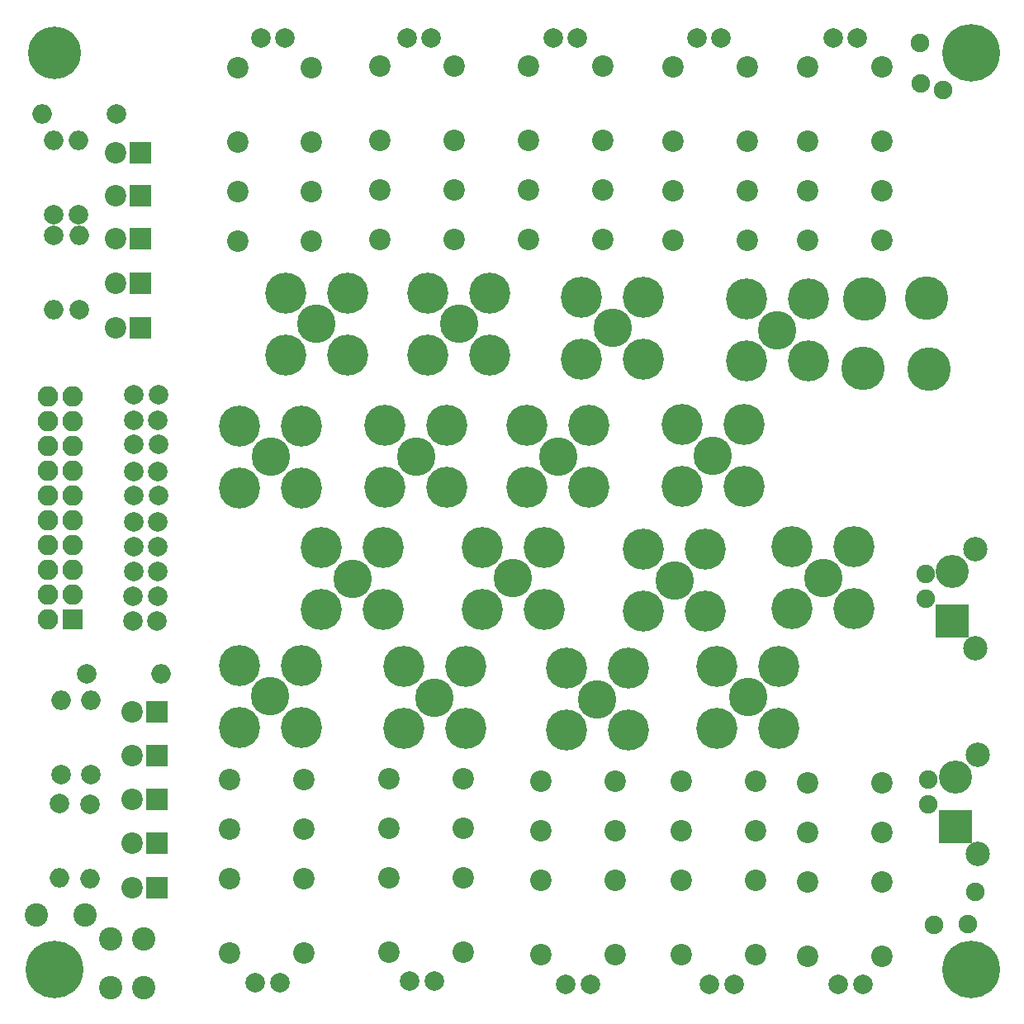
<source format=gbr>
G04 #@! TF.FileFunction,Soldermask,Top*
%FSLAX46Y46*%
G04 Gerber Fmt 4.6, Leading zero omitted, Abs format (unit mm)*
G04 Created by KiCad (PCBNEW 4.0.7) date 03/18/19 18:34:33*
%MOMM*%
%LPD*%
G01*
G04 APERTURE LIST*
%ADD10C,0.100000*%
%ADD11C,4.210000*%
%ADD12C,3.956000*%
%ADD13C,2.200000*%
%ADD14C,2.000000*%
%ADD15O,2.000000X2.000000*%
%ADD16R,2.200000X2.200000*%
%ADD17C,5.900000*%
%ADD18R,2.100000X2.100000*%
%ADD19O,2.100000X2.100000*%
%ADD20C,2.400000*%
%ADD21O,1.900000X1.900000*%
%ADD22C,5.400000*%
%ADD23C,4.464000*%
%ADD24C,1.900000*%
%ADD25C,2.500000*%
%ADD26R,3.400000X3.400000*%
%ADD27C,3.400000*%
G04 APERTURE END LIST*
D10*
D11*
X101473000Y-91186000D03*
D12*
X104648000Y-94361000D03*
D11*
X107823000Y-91186000D03*
X101473000Y-97536000D03*
X107823000Y-97536000D03*
D13*
X109210000Y-61945500D03*
X109210000Y-72105500D03*
X109210000Y-67025500D03*
X101610000Y-67025500D03*
X101610000Y-61945500D03*
X101610000Y-72105500D03*
X109210000Y-54325500D03*
X101610000Y-54325500D03*
D11*
X76708000Y-77597000D03*
D12*
X79883000Y-80772000D03*
D11*
X83058000Y-77597000D03*
X76708000Y-83947000D03*
X83058000Y-83947000D03*
X105460800Y-116078000D03*
D12*
X108635800Y-119253000D03*
D11*
X111810800Y-116078000D03*
X105460800Y-122428000D03*
X111810800Y-122428000D03*
D13*
X70939500Y-137698500D03*
X70939500Y-127538500D03*
X70939500Y-132618500D03*
X78539500Y-132618500D03*
X78539500Y-137698500D03*
X78539500Y-127538500D03*
X70939500Y-145318500D03*
X78539500Y-145318500D03*
X87322500Y-137571500D03*
X87322500Y-127411500D03*
X87322500Y-132491500D03*
X94922500Y-132491500D03*
X94922500Y-137571500D03*
X94922500Y-127411500D03*
X87322500Y-145191500D03*
X94922500Y-145191500D03*
X130210400Y-137965200D03*
X130210400Y-127805200D03*
X130210400Y-132885200D03*
X137810400Y-132885200D03*
X137810400Y-137965200D03*
X137810400Y-127805200D03*
X130210400Y-145585200D03*
X137810400Y-145585200D03*
D14*
X53479700Y-129921000D03*
D15*
X53479700Y-137541000D03*
D14*
X74168000Y-51435000D03*
X76668000Y-51435000D03*
X63535560Y-111257080D03*
X61035560Y-111257080D03*
D16*
X63538100Y-129552700D03*
D13*
X60998100Y-129552700D03*
D14*
X52946300Y-71691500D03*
D15*
X52946300Y-79311500D03*
D16*
X63538100Y-138582400D03*
D13*
X60998100Y-138582400D03*
D16*
X63538100Y-133997700D03*
D13*
X60998100Y-133997700D03*
D14*
X135890000Y-148463000D03*
X133390000Y-148463000D03*
X122682000Y-148463000D03*
X120182000Y-148463000D03*
X107950000Y-148463000D03*
X105450000Y-148463000D03*
X91922600Y-148196300D03*
X89422600Y-148196300D03*
X76108560Y-148305520D03*
X73608560Y-148305520D03*
X89154000Y-51435000D03*
X91654000Y-51435000D03*
X104140000Y-51435000D03*
X106640000Y-51435000D03*
X118872000Y-51435000D03*
X121372000Y-51435000D03*
X59334400Y-59283600D03*
D15*
X51714400Y-59283600D03*
D17*
X147000000Y-53000000D03*
X53000000Y-147000000D03*
D14*
X52920900Y-69596000D03*
D15*
X52920900Y-61976000D03*
D16*
X63538100Y-125031500D03*
D13*
X60998100Y-125031500D03*
D16*
X63512700Y-120535700D03*
D13*
X60972700Y-120535700D03*
D16*
X61800000Y-81200000D03*
D13*
X59260000Y-81200000D03*
D16*
X61800000Y-76600000D03*
D13*
X59260000Y-76600000D03*
D16*
X61800000Y-72000000D03*
D13*
X59260000Y-72000000D03*
D14*
X56667400Y-130048000D03*
D15*
X56667400Y-137668000D03*
D14*
X53644800Y-127025400D03*
D15*
X53644800Y-119405400D03*
D14*
X56730900Y-126949200D03*
D15*
X56730900Y-119329200D03*
D14*
X56273700Y-116624100D03*
D15*
X63893700Y-116624100D03*
D14*
X55525000Y-79325000D03*
D15*
X55525000Y-71705000D03*
D14*
X55475000Y-69625000D03*
D15*
X55475000Y-62005000D03*
D16*
X61800000Y-67600000D03*
D13*
X59260000Y-67600000D03*
D16*
X61800000Y-63200000D03*
D13*
X59260000Y-63200000D03*
D18*
X54864000Y-111061500D03*
D19*
X52324000Y-111061500D03*
X54864000Y-108521500D03*
X52324000Y-108521500D03*
X54864000Y-105981500D03*
X52324000Y-105981500D03*
X54864000Y-103441500D03*
X52324000Y-103441500D03*
X54864000Y-100901500D03*
X52324000Y-100901500D03*
X54864000Y-98361500D03*
X52324000Y-98361500D03*
X54864000Y-95821500D03*
X52324000Y-95821500D03*
X54864000Y-93281500D03*
X52324000Y-93281500D03*
X54864000Y-90741500D03*
X52324000Y-90741500D03*
X54864000Y-88201500D03*
X52324000Y-88201500D03*
D14*
X63652400Y-88011000D03*
X61152400Y-88011000D03*
X63601600Y-90627200D03*
X61101600Y-90627200D03*
X63652400Y-93141800D03*
X61152400Y-93141800D03*
X63601600Y-95935800D03*
X61101600Y-95935800D03*
X63652400Y-98399600D03*
X61152400Y-98399600D03*
X63601600Y-101041200D03*
X61101600Y-101041200D03*
X63627000Y-103632000D03*
X61127000Y-103632000D03*
X63627000Y-106146600D03*
X61127000Y-106146600D03*
X63591440Y-108686600D03*
X61091440Y-108686600D03*
D20*
X58790840Y-148859240D03*
X58790840Y-143859240D03*
X62191900Y-148805900D03*
X62191900Y-143805900D03*
X56121300Y-141401800D03*
X51121300Y-141401800D03*
D17*
X147000000Y-147000000D03*
D21*
X141732000Y-51943000D03*
X141859000Y-56134000D03*
X143192500Y-142367000D03*
X146621500Y-142303500D03*
D13*
X117307200Y-137812800D03*
X117307200Y-127652800D03*
X117307200Y-132732800D03*
X124907200Y-132732800D03*
X124907200Y-137812800D03*
X124907200Y-127652800D03*
X117307200Y-145432800D03*
X124907200Y-145432800D03*
X102880000Y-137825500D03*
X102880000Y-127665500D03*
X102880000Y-132745500D03*
X110480000Y-132745500D03*
X110480000Y-137825500D03*
X110480000Y-127665500D03*
X102880000Y-145445500D03*
X110480000Y-145445500D03*
X79365000Y-62136000D03*
X79365000Y-72296000D03*
X79365000Y-67216000D03*
X71765000Y-67216000D03*
X71765000Y-62136000D03*
X71765000Y-72296000D03*
X79365000Y-54516000D03*
X71765000Y-54516000D03*
X93970000Y-62009000D03*
X93970000Y-72169000D03*
X93970000Y-67089000D03*
X86370000Y-67089000D03*
X86370000Y-62009000D03*
X86370000Y-72169000D03*
X93970000Y-54389000D03*
X86370000Y-54389000D03*
X124005500Y-62072500D03*
X124005500Y-72232500D03*
X124005500Y-67152500D03*
X116405500Y-67152500D03*
X116405500Y-62072500D03*
X116405500Y-72232500D03*
X124005500Y-54452500D03*
X116405500Y-54452500D03*
X137810400Y-62034400D03*
X137810400Y-72194400D03*
X137810400Y-67114400D03*
X130210400Y-67114400D03*
X130210400Y-62034400D03*
X130210400Y-72194400D03*
X137810400Y-54414400D03*
X130210400Y-54414400D03*
D22*
X53000000Y-53000000D03*
D11*
X72009000Y-91249500D03*
D12*
X75184000Y-94424500D03*
D11*
X78359000Y-91249500D03*
X72009000Y-97599500D03*
X78359000Y-97599500D03*
X91313000Y-77597000D03*
D12*
X94488000Y-80772000D03*
D11*
X97663000Y-77597000D03*
X91313000Y-83947000D03*
X97663000Y-83947000D03*
X120929400Y-115862100D03*
D12*
X124104400Y-119037100D03*
D11*
X127279400Y-115862100D03*
X120929400Y-122212100D03*
X127279400Y-122212100D03*
X86903560Y-91206320D03*
D12*
X90078560Y-94381320D03*
D11*
X93253560Y-91206320D03*
X86903560Y-97556320D03*
X93253560Y-97556320D03*
X128651000Y-103632000D03*
D12*
X131826000Y-106807000D03*
D11*
X135001000Y-103632000D03*
X128651000Y-109982000D03*
X135001000Y-109982000D03*
X107061000Y-78041500D03*
D12*
X110236000Y-81216500D03*
D11*
X113411000Y-78041500D03*
X107061000Y-84391500D03*
X113411000Y-84391500D03*
X113411000Y-103886000D03*
D12*
X116586000Y-107061000D03*
D11*
X119761000Y-103886000D03*
X113411000Y-110236000D03*
X119761000Y-110236000D03*
X123952000Y-78232000D03*
D12*
X127127000Y-81407000D03*
D11*
X130302000Y-78232000D03*
X123952000Y-84582000D03*
X130302000Y-84582000D03*
X88798400Y-115900200D03*
D12*
X91973400Y-119075200D03*
D11*
X95148400Y-115900200D03*
X88798400Y-122250200D03*
X95148400Y-122250200D03*
X117348000Y-91122500D03*
D12*
X120523000Y-94297500D03*
D11*
X123698000Y-91122500D03*
X117348000Y-97472500D03*
X123698000Y-97472500D03*
X96850200Y-103670100D03*
D12*
X100025200Y-106845100D03*
D11*
X103200200Y-103670100D03*
X96850200Y-110020100D03*
X103200200Y-110020100D03*
X71932800Y-115798600D03*
D12*
X75107800Y-118973600D03*
D11*
X78282800Y-115798600D03*
X71932800Y-122148600D03*
X78282800Y-122148600D03*
X80365600Y-103720900D03*
D12*
X83540600Y-106895900D03*
D11*
X86715600Y-103720900D03*
X80365600Y-110070900D03*
X86715600Y-110070900D03*
D14*
X132842000Y-51498500D03*
X135342000Y-51498500D03*
D23*
X136067800Y-78232000D03*
X142382240Y-78120240D03*
X135900160Y-85328760D03*
D21*
X147383500Y-139001500D03*
X144145000Y-56832500D03*
D23*
X142661640Y-85440520D03*
D24*
X142610800Y-130048000D03*
X142610800Y-127508000D03*
D25*
X147690800Y-124968000D03*
X147690800Y-135128000D03*
D26*
X145338800Y-132334000D03*
D27*
X145338800Y-127254000D03*
D24*
X142295840Y-108966000D03*
X142295840Y-106426000D03*
D25*
X147375840Y-103886000D03*
X147375840Y-114046000D03*
D26*
X145023840Y-111252000D03*
D27*
X145023840Y-106172000D03*
M02*

</source>
